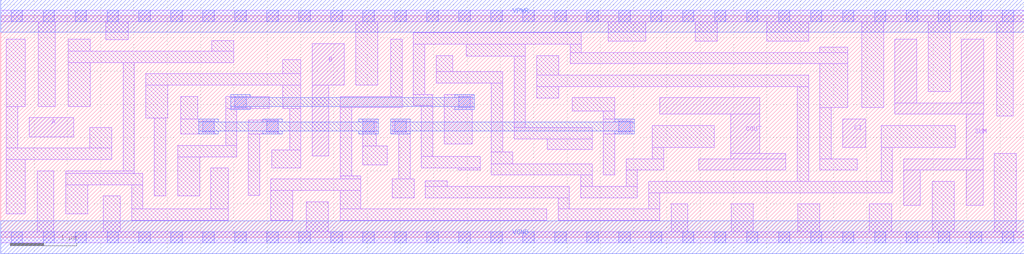
<source format=lef>
# Copyright 2020 The SkyWater PDK Authors
#
# Licensed under the Apache License, Version 2.0 (the "License");
# you may not use this file except in compliance with the License.
# You may obtain a copy of the License at
#
#     https://www.apache.org/licenses/LICENSE-2.0
#
# Unless required by applicable law or agreed to in writing, software
# distributed under the License is distributed on an "AS IS" BASIS,
# WITHOUT WARRANTIES OR CONDITIONS OF ANY KIND, either express or implied.
# See the License for the specific language governing permissions and
# limitations under the License.
#
# SPDX-License-Identifier: Apache-2.0

VERSION 5.5 ;
NAMESCASESENSITIVE ON ;
BUSBITCHARS "[]" ;
DIVIDERCHAR "/" ;
MACRO sky130_fd_sc_ls__fah_4
  CLASS CORE ;
  SOURCE USER ;
  ORIGIN  0.000000  0.000000 ;
  SIZE  15.36000 BY  3.330000 ;
  SYMMETRY X Y ;
  SITE unit ;
  PIN A
    ANTENNAGATEAREA  0.492000 ;
    DIRECTION INPUT ;
    USE SIGNAL ;
    PORT
      LAYER li1 ;
        RECT 0.425000 1.510000 1.095000 1.800000 ;
    END
  END A
  PIN B
    ANTENNAGATEAREA  0.723000 ;
    DIRECTION INPUT ;
    USE SIGNAL ;
    PORT
      LAYER li1 ;
        RECT 4.675000 1.220000 4.925000 2.290000 ;
        RECT 4.675000 2.290000 5.155000 2.910000 ;
    END
  END B
  PIN CI
    ANTENNAGATEAREA  0.246000 ;
    DIRECTION INPUT ;
    USE SIGNAL ;
    PORT
      LAYER li1 ;
        RECT 12.635000 1.350000 12.980000 1.780000 ;
    END
  END CI
  PIN COUT
    ANTENNADIFFAREA  1.086400 ;
    DIRECTION OUTPUT ;
    USE SIGNAL ;
    PORT
      LAYER li1 ;
        RECT  9.890000 1.850000 11.395000 2.100000 ;
        RECT 10.475000 1.010000 11.785000 1.180000 ;
        RECT 10.960000 1.180000 11.785000 1.260000 ;
        RECT 10.960000 1.260000 11.395000 1.850000 ;
    END
  END COUT
  PIN SUM
    ANTENNADIFFAREA  1.097600 ;
    DIRECTION OUTPUT ;
    USE SIGNAL ;
    PORT
      LAYER li1 ;
        RECT 13.420000 1.850000 14.755000 2.020000 ;
        RECT 13.420000 2.020000 13.750000 2.980000 ;
        RECT 13.555000 0.480000 13.805000 1.010000 ;
        RECT 13.555000 1.010000 14.745000 1.180000 ;
        RECT 14.420000 2.020000 14.755000 2.980000 ;
        RECT 14.495000 0.480000 14.745000 1.010000 ;
        RECT 14.495000 1.180000 14.745000 1.850000 ;
    END
  END SUM
  PIN VGND
    DIRECTION INOUT ;
    SHAPE ABUTMENT ;
    USE GROUND ;
    PORT
      LAYER met1 ;
        RECT 0.000000 -0.245000 15.360000 0.245000 ;
    END
  END VGND
  PIN VPWR
    DIRECTION INOUT ;
    SHAPE ABUTMENT ;
    USE POWER ;
    PORT
      LAYER met1 ;
        RECT 0.000000 3.085000 15.360000 3.575000 ;
    END
  END VPWR
  OBS
    LAYER li1 ;
      RECT  0.000000 -0.085000 15.360000 0.085000 ;
      RECT  0.000000  3.245000 15.360000 3.415000 ;
      RECT  0.085000  0.350000  0.365000 1.170000 ;
      RECT  0.085000  1.170000  1.665000 1.340000 ;
      RECT  0.085000  1.340000  0.255000 1.970000 ;
      RECT  0.085000  1.970000  0.365000 2.980000 ;
      RECT  0.545000  0.085000  0.795000 1.000000 ;
      RECT  0.565000  1.970000  0.815000 3.245000 ;
      RECT  0.975000  0.350000  1.305000 0.790000 ;
      RECT  0.975000  0.790000  2.135000 0.960000 ;
      RECT  0.975000  0.960000  2.005000 1.000000 ;
      RECT  1.015000  1.970000  1.345000 2.630000 ;
      RECT  1.015000  2.630000  3.495000 2.800000 ;
      RECT  1.015000  2.800000  1.345000 2.980000 ;
      RECT  1.335000  1.340000  1.665000 1.650000 ;
      RECT  1.535000  0.085000  1.795000 0.620000 ;
      RECT  1.575000  2.970000  1.915000 3.245000 ;
      RECT  1.835000  1.000000  2.005000 2.630000 ;
      RECT  1.965000  0.255000  3.415000 0.425000 ;
      RECT  1.965000  0.425000  2.135000 0.790000 ;
      RECT  2.175000  1.790000  2.505000 2.290000 ;
      RECT  2.175000  2.290000  4.505000 2.460000 ;
      RECT  2.305000  0.625000  2.475000 1.790000 ;
      RECT  2.655000  0.625000  2.985000 1.210000 ;
      RECT  2.655000  1.210000  3.545000 1.380000 ;
      RECT  2.705000  1.550000  3.205000 1.780000 ;
      RECT  2.705000  1.780000  2.960000 2.120000 ;
      RECT  3.155000  0.425000  3.415000 1.040000 ;
      RECT  3.165000  2.800000  3.495000 2.960000 ;
      RECT  3.375000  1.380000  3.545000 1.935000 ;
      RECT  3.375000  1.935000  4.030000 2.120000 ;
      RECT  3.715000  0.630000  3.885000 1.550000 ;
      RECT  3.715000  1.550000  4.165000 1.765000 ;
      RECT  4.055000  0.255000  4.385000 0.705000 ;
      RECT  4.055000  0.705000  5.405000 0.875000 ;
      RECT  4.065000  1.045000  4.505000 1.310000 ;
      RECT  4.230000  1.935000  4.505000 2.290000 ;
      RECT  4.230000  2.460000  4.505000 2.670000 ;
      RECT  4.335000  1.310000  4.505000 1.935000 ;
      RECT  4.585000  0.085000  4.915000 0.535000 ;
      RECT  5.095000  0.255000  8.195000 0.425000 ;
      RECT  5.095000  0.425000  5.405000 0.705000 ;
      RECT  5.095000  0.875000  5.405000 0.920000 ;
      RECT  5.095000  0.920000  5.265000 1.950000 ;
      RECT  5.095000  1.950000  6.025000 2.120000 ;
      RECT  5.325000  2.290000  5.655000 3.245000 ;
      RECT  5.435000  1.090000  5.805000 1.375000 ;
      RECT  5.435000  1.375000  5.635000 1.780000 ;
      RECT  5.855000  2.120000  6.025000 2.980000 ;
      RECT  5.875000  0.595000  6.205000 0.875000 ;
      RECT  5.885000  1.550000  6.145000 1.780000 ;
      RECT  5.975000  0.875000  6.145000 1.550000 ;
      RECT  6.195000  1.980000  6.485000 2.150000 ;
      RECT  6.195000  2.150000  6.365000 2.905000 ;
      RECT  6.195000  2.905000  8.715000 3.075000 ;
      RECT  6.315000  1.045000  7.195000 1.215000 ;
      RECT  6.315000  1.215000  6.485000 1.980000 ;
      RECT  6.375000  0.595000  8.535000 0.765000 ;
      RECT  6.375000  0.765000  6.705000 0.845000 ;
      RECT  6.535000  2.320000  7.535000 2.490000 ;
      RECT  6.535000  2.490000  6.785000 2.735000 ;
      RECT  6.655000  1.405000  7.075000 2.150000 ;
      RECT  6.865000  1.015000  7.195000 1.045000 ;
      RECT  6.990000  2.725000  7.875000 2.905000 ;
      RECT  7.365000  0.935000  8.875000 1.105000 ;
      RECT  7.365000  1.105000  7.685000 1.285000 ;
      RECT  7.365000  1.285000  7.535000 2.320000 ;
      RECT  7.705000  1.480000  8.875000 1.650000 ;
      RECT  7.705000  1.650000  7.875000 2.725000 ;
      RECT  8.045000  2.095000  8.375000 2.270000 ;
      RECT  8.045000  2.270000 12.125000 2.440000 ;
      RECT  8.045000  2.440000  8.375000 2.735000 ;
      RECT  8.205000  1.320000  8.875000 1.480000 ;
      RECT  8.365000  0.255000  9.895000 0.425000 ;
      RECT  8.365000  0.425000  8.535000 0.595000 ;
      RECT  8.545000  2.610000 12.715000 2.780000 ;
      RECT  8.545000  2.780000  8.715000 2.905000 ;
      RECT  8.580000  1.900000  9.215000 2.100000 ;
      RECT  8.705000  0.595000  9.555000 0.765000 ;
      RECT  8.705000  0.765000  8.875000 0.935000 ;
      RECT  9.045000  0.935000  9.215000 1.550000 ;
      RECT  9.045000  1.550000  9.475000 1.775000 ;
      RECT  9.045000  1.775000  9.215000 1.900000 ;
      RECT  9.115000  2.950000  9.685000 3.245000 ;
      RECT  9.385000  0.765000  9.555000 1.010000 ;
      RECT  9.385000  1.010000  9.950000 1.180000 ;
      RECT  9.725000  0.425000  9.895000 0.670000 ;
      RECT  9.725000  0.670000 13.385000 0.840000 ;
      RECT  9.780000  1.180000  9.950000 1.350000 ;
      RECT  9.780000  1.350000 10.710000 1.680000 ;
      RECT 10.065000  0.085000 10.315000 0.500000 ;
      RECT 10.425000  2.950000 10.755000 3.245000 ;
      RECT 10.965000  0.085000 11.295000 0.500000 ;
      RECT 11.495000  2.950000 12.125000 3.245000 ;
      RECT 11.955000  0.840000 12.125000 2.270000 ;
      RECT 11.965000  0.085000 12.295000 0.500000 ;
      RECT 12.295000  1.010000 12.855000 1.180000 ;
      RECT 12.295000  1.180000 12.465000 1.950000 ;
      RECT 12.295000  1.950000 12.715000 2.610000 ;
      RECT 12.295000  2.780000 12.715000 2.860000 ;
      RECT 12.920000  1.950000 13.250000 3.245000 ;
      RECT 13.035000  0.085000 13.375000 0.500000 ;
      RECT 13.215000  0.840000 13.385000 1.350000 ;
      RECT 13.215000  1.350000 14.325000 1.680000 ;
      RECT 13.920000  2.190000 14.250000 3.245000 ;
      RECT 13.985000  0.085000 14.315000 0.840000 ;
      RECT 14.915000  0.085000 15.245000 1.260000 ;
      RECT 14.950000  1.820000 15.200000 3.245000 ;
    LAYER mcon ;
      RECT  0.155000 -0.085000  0.325000 0.085000 ;
      RECT  0.155000  3.245000  0.325000 3.415000 ;
      RECT  0.635000 -0.085000  0.805000 0.085000 ;
      RECT  0.635000  3.245000  0.805000 3.415000 ;
      RECT  1.115000 -0.085000  1.285000 0.085000 ;
      RECT  1.115000  3.245000  1.285000 3.415000 ;
      RECT  1.595000 -0.085000  1.765000 0.085000 ;
      RECT  1.595000  3.245000  1.765000 3.415000 ;
      RECT  2.075000 -0.085000  2.245000 0.085000 ;
      RECT  2.075000  3.245000  2.245000 3.415000 ;
      RECT  2.555000 -0.085000  2.725000 0.085000 ;
      RECT  2.555000  3.245000  2.725000 3.415000 ;
      RECT  3.035000 -0.085000  3.205000 0.085000 ;
      RECT  3.035000  1.580000  3.205000 1.750000 ;
      RECT  3.035000  3.245000  3.205000 3.415000 ;
      RECT  3.515000 -0.085000  3.685000 0.085000 ;
      RECT  3.515000  1.950000  3.685000 2.120000 ;
      RECT  3.515000  3.245000  3.685000 3.415000 ;
      RECT  3.995000 -0.085000  4.165000 0.085000 ;
      RECT  3.995000  1.580000  4.165000 1.750000 ;
      RECT  3.995000  3.245000  4.165000 3.415000 ;
      RECT  4.475000 -0.085000  4.645000 0.085000 ;
      RECT  4.475000  3.245000  4.645000 3.415000 ;
      RECT  4.955000 -0.085000  5.125000 0.085000 ;
      RECT  4.955000  3.245000  5.125000 3.415000 ;
      RECT  5.435000 -0.085000  5.605000 0.085000 ;
      RECT  5.435000  1.580000  5.605000 1.750000 ;
      RECT  5.435000  3.245000  5.605000 3.415000 ;
      RECT  5.915000 -0.085000  6.085000 0.085000 ;
      RECT  5.915000  1.580000  6.085000 1.750000 ;
      RECT  5.915000  3.245000  6.085000 3.415000 ;
      RECT  6.395000 -0.085000  6.565000 0.085000 ;
      RECT  6.395000  3.245000  6.565000 3.415000 ;
      RECT  6.875000 -0.085000  7.045000 0.085000 ;
      RECT  6.875000  1.950000  7.045000 2.120000 ;
      RECT  6.875000  3.245000  7.045000 3.415000 ;
      RECT  7.355000 -0.085000  7.525000 0.085000 ;
      RECT  7.355000  3.245000  7.525000 3.415000 ;
      RECT  7.835000 -0.085000  8.005000 0.085000 ;
      RECT  7.835000  3.245000  8.005000 3.415000 ;
      RECT  8.315000 -0.085000  8.485000 0.085000 ;
      RECT  8.315000  3.245000  8.485000 3.415000 ;
      RECT  8.795000 -0.085000  8.965000 0.085000 ;
      RECT  8.795000  3.245000  8.965000 3.415000 ;
      RECT  9.275000 -0.085000  9.445000 0.085000 ;
      RECT  9.275000  1.580000  9.445000 1.750000 ;
      RECT  9.275000  3.245000  9.445000 3.415000 ;
      RECT  9.755000 -0.085000  9.925000 0.085000 ;
      RECT  9.755000  3.245000  9.925000 3.415000 ;
      RECT 10.235000 -0.085000 10.405000 0.085000 ;
      RECT 10.235000  3.245000 10.405000 3.415000 ;
      RECT 10.715000 -0.085000 10.885000 0.085000 ;
      RECT 10.715000  3.245000 10.885000 3.415000 ;
      RECT 11.195000 -0.085000 11.365000 0.085000 ;
      RECT 11.195000  3.245000 11.365000 3.415000 ;
      RECT 11.675000 -0.085000 11.845000 0.085000 ;
      RECT 11.675000  3.245000 11.845000 3.415000 ;
      RECT 12.155000 -0.085000 12.325000 0.085000 ;
      RECT 12.155000  3.245000 12.325000 3.415000 ;
      RECT 12.635000 -0.085000 12.805000 0.085000 ;
      RECT 12.635000  3.245000 12.805000 3.415000 ;
      RECT 13.115000 -0.085000 13.285000 0.085000 ;
      RECT 13.115000  3.245000 13.285000 3.415000 ;
      RECT 13.595000 -0.085000 13.765000 0.085000 ;
      RECT 13.595000  3.245000 13.765000 3.415000 ;
      RECT 14.075000 -0.085000 14.245000 0.085000 ;
      RECT 14.075000  3.245000 14.245000 3.415000 ;
      RECT 14.555000 -0.085000 14.725000 0.085000 ;
      RECT 14.555000  3.245000 14.725000 3.415000 ;
      RECT 15.035000 -0.085000 15.205000 0.085000 ;
      RECT 15.035000  3.245000 15.205000 3.415000 ;
    LAYER met1 ;
      RECT 2.975000 1.550000 3.265000 1.595000 ;
      RECT 2.975000 1.595000 5.665000 1.735000 ;
      RECT 2.975000 1.735000 3.265000 1.780000 ;
      RECT 3.455000 1.920000 3.745000 1.965000 ;
      RECT 3.455000 1.965000 7.105000 2.105000 ;
      RECT 3.455000 2.105000 3.745000 2.150000 ;
      RECT 3.935000 1.550000 4.225000 1.595000 ;
      RECT 3.935000 1.735000 4.225000 1.780000 ;
      RECT 5.375000 1.550000 5.665000 1.595000 ;
      RECT 5.375000 1.735000 5.665000 1.780000 ;
      RECT 5.855000 1.550000 6.145000 1.595000 ;
      RECT 5.855000 1.595000 9.505000 1.735000 ;
      RECT 5.855000 1.735000 6.145000 1.780000 ;
      RECT 6.815000 1.920000 7.105000 1.965000 ;
      RECT 6.815000 2.105000 7.105000 2.150000 ;
      RECT 9.215000 1.550000 9.505000 1.595000 ;
      RECT 9.215000 1.735000 9.505000 1.780000 ;
  END
END sky130_fd_sc_ls__fah_4

</source>
